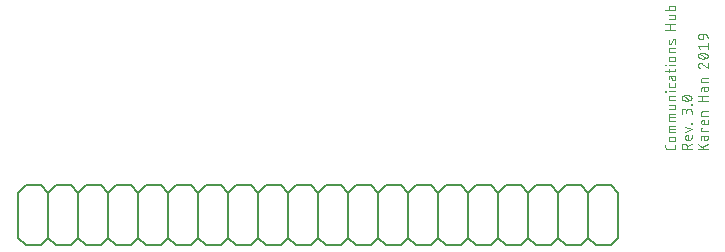
<source format=gbr>
G04 EAGLE Gerber RS-274X export*
G75*
%MOMM*%
%FSLAX34Y34*%
%LPD*%
%INSilkscreen Bottom*%
%IPPOS*%
%AMOC8*
5,1,8,0,0,1.08239X$1,22.5*%
G01*
%ADD10C,0.076200*%
%ADD11C,0.152400*%


D10*
X645287Y189526D02*
X645287Y187664D01*
X645285Y187578D01*
X645279Y187492D01*
X645269Y187407D01*
X645255Y187322D01*
X645238Y187237D01*
X645216Y187154D01*
X645190Y187072D01*
X645161Y186991D01*
X645128Y186912D01*
X645092Y186834D01*
X645052Y186757D01*
X645008Y186683D01*
X644961Y186611D01*
X644911Y186541D01*
X644857Y186474D01*
X644801Y186409D01*
X644741Y186347D01*
X644679Y186287D01*
X644614Y186231D01*
X644547Y186177D01*
X644477Y186127D01*
X644405Y186080D01*
X644331Y186036D01*
X644254Y185996D01*
X644177Y185960D01*
X644097Y185927D01*
X644016Y185898D01*
X643934Y185872D01*
X643851Y185850D01*
X643766Y185833D01*
X643681Y185819D01*
X643596Y185809D01*
X643510Y185803D01*
X643424Y185801D01*
X638768Y185801D01*
X638682Y185803D01*
X638596Y185809D01*
X638511Y185819D01*
X638426Y185833D01*
X638341Y185850D01*
X638258Y185872D01*
X638176Y185898D01*
X638095Y185927D01*
X638016Y185960D01*
X637938Y185996D01*
X637861Y186036D01*
X637787Y186080D01*
X637715Y186127D01*
X637645Y186177D01*
X637578Y186231D01*
X637513Y186287D01*
X637451Y186347D01*
X637391Y186409D01*
X637335Y186474D01*
X637281Y186541D01*
X637231Y186611D01*
X637184Y186683D01*
X637140Y186757D01*
X637100Y186834D01*
X637064Y186911D01*
X637031Y186991D01*
X637002Y187072D01*
X636976Y187154D01*
X636954Y187237D01*
X636937Y187322D01*
X636923Y187407D01*
X636913Y187492D01*
X636907Y187578D01*
X636905Y187664D01*
X636905Y189526D01*
X641562Y192600D02*
X643424Y192600D01*
X641562Y192600D02*
X641477Y192602D01*
X641393Y192608D01*
X641308Y192617D01*
X641225Y192631D01*
X641142Y192648D01*
X641059Y192669D01*
X640978Y192694D01*
X640898Y192722D01*
X640820Y192754D01*
X640743Y192790D01*
X640667Y192829D01*
X640594Y192871D01*
X640523Y192917D01*
X640453Y192966D01*
X640386Y193018D01*
X640322Y193073D01*
X640260Y193131D01*
X640200Y193191D01*
X640144Y193255D01*
X640090Y193320D01*
X640040Y193389D01*
X639993Y193459D01*
X639949Y193532D01*
X639908Y193606D01*
X639871Y193682D01*
X639837Y193760D01*
X639807Y193839D01*
X639780Y193920D01*
X639757Y194001D01*
X639738Y194084D01*
X639723Y194167D01*
X639711Y194251D01*
X639703Y194336D01*
X639699Y194421D01*
X639699Y194505D01*
X639703Y194590D01*
X639711Y194675D01*
X639723Y194759D01*
X639738Y194842D01*
X639757Y194925D01*
X639780Y195006D01*
X639807Y195087D01*
X639837Y195166D01*
X639871Y195244D01*
X639908Y195320D01*
X639949Y195395D01*
X639993Y195467D01*
X640040Y195537D01*
X640090Y195606D01*
X640144Y195671D01*
X640200Y195735D01*
X640260Y195795D01*
X640322Y195853D01*
X640386Y195908D01*
X640453Y195960D01*
X640523Y196009D01*
X640594Y196055D01*
X640667Y196097D01*
X640743Y196136D01*
X640820Y196172D01*
X640898Y196204D01*
X640978Y196232D01*
X641059Y196257D01*
X641142Y196278D01*
X641225Y196295D01*
X641308Y196309D01*
X641393Y196318D01*
X641477Y196324D01*
X641562Y196326D01*
X643424Y196326D01*
X643509Y196324D01*
X643593Y196318D01*
X643678Y196309D01*
X643761Y196295D01*
X643844Y196278D01*
X643927Y196257D01*
X644008Y196232D01*
X644088Y196204D01*
X644166Y196172D01*
X644243Y196136D01*
X644319Y196097D01*
X644392Y196055D01*
X644463Y196009D01*
X644533Y195960D01*
X644600Y195908D01*
X644664Y195853D01*
X644726Y195795D01*
X644786Y195735D01*
X644842Y195671D01*
X644896Y195606D01*
X644946Y195537D01*
X644993Y195467D01*
X645037Y195395D01*
X645078Y195320D01*
X645115Y195244D01*
X645149Y195166D01*
X645179Y195087D01*
X645206Y195006D01*
X645229Y194925D01*
X645248Y194842D01*
X645263Y194759D01*
X645275Y194675D01*
X645283Y194590D01*
X645287Y194505D01*
X645287Y194421D01*
X645283Y194336D01*
X645275Y194251D01*
X645263Y194167D01*
X645248Y194084D01*
X645229Y194001D01*
X645206Y193920D01*
X645179Y193839D01*
X645149Y193760D01*
X645115Y193682D01*
X645078Y193606D01*
X645037Y193532D01*
X644993Y193459D01*
X644946Y193389D01*
X644896Y193320D01*
X644842Y193255D01*
X644786Y193191D01*
X644726Y193131D01*
X644664Y193073D01*
X644600Y193018D01*
X644533Y192966D01*
X644463Y192917D01*
X644392Y192871D01*
X644319Y192829D01*
X644243Y192790D01*
X644166Y192754D01*
X644088Y192722D01*
X644008Y192694D01*
X643927Y192669D01*
X643844Y192648D01*
X643761Y192631D01*
X643678Y192617D01*
X643593Y192608D01*
X643509Y192602D01*
X643424Y192600D01*
X645287Y200173D02*
X639699Y200173D01*
X639699Y204364D01*
X639701Y204437D01*
X639707Y204510D01*
X639716Y204583D01*
X639730Y204654D01*
X639747Y204726D01*
X639767Y204796D01*
X639792Y204865D01*
X639820Y204932D01*
X639851Y204998D01*
X639886Y205063D01*
X639924Y205125D01*
X639966Y205185D01*
X640010Y205243D01*
X640058Y205299D01*
X640108Y205352D01*
X640161Y205402D01*
X640217Y205450D01*
X640275Y205494D01*
X640335Y205536D01*
X640398Y205574D01*
X640462Y205609D01*
X640528Y205640D01*
X640595Y205668D01*
X640664Y205693D01*
X640734Y205713D01*
X640806Y205730D01*
X640877Y205744D01*
X640950Y205753D01*
X641023Y205759D01*
X641096Y205761D01*
X645287Y205761D01*
X645287Y202967D02*
X639699Y202967D01*
X639699Y210048D02*
X645287Y210048D01*
X639699Y210048D02*
X639699Y214239D01*
X639701Y214312D01*
X639707Y214385D01*
X639716Y214458D01*
X639730Y214529D01*
X639747Y214601D01*
X639767Y214671D01*
X639792Y214740D01*
X639820Y214807D01*
X639851Y214873D01*
X639886Y214938D01*
X639924Y215000D01*
X639966Y215060D01*
X640010Y215118D01*
X640058Y215174D01*
X640108Y215227D01*
X640161Y215277D01*
X640217Y215325D01*
X640275Y215369D01*
X640335Y215411D01*
X640398Y215449D01*
X640462Y215484D01*
X640528Y215515D01*
X640595Y215543D01*
X640664Y215568D01*
X640734Y215588D01*
X640806Y215605D01*
X640877Y215619D01*
X640950Y215628D01*
X641023Y215634D01*
X641096Y215636D01*
X645287Y215636D01*
X645287Y212842D02*
X639699Y212842D01*
X639699Y219758D02*
X643890Y219758D01*
X643963Y219760D01*
X644036Y219766D01*
X644109Y219775D01*
X644180Y219789D01*
X644252Y219806D01*
X644322Y219826D01*
X644391Y219851D01*
X644458Y219879D01*
X644524Y219910D01*
X644589Y219945D01*
X644651Y219983D01*
X644711Y220025D01*
X644769Y220069D01*
X644825Y220117D01*
X644878Y220167D01*
X644928Y220220D01*
X644976Y220276D01*
X645020Y220334D01*
X645062Y220394D01*
X645100Y220457D01*
X645135Y220521D01*
X645166Y220587D01*
X645194Y220654D01*
X645219Y220723D01*
X645239Y220793D01*
X645256Y220865D01*
X645270Y220936D01*
X645279Y221009D01*
X645285Y221082D01*
X645287Y221155D01*
X645287Y223483D01*
X639699Y223483D01*
X639699Y227439D02*
X645287Y227439D01*
X639699Y227439D02*
X639699Y229767D01*
X639701Y229840D01*
X639707Y229913D01*
X639716Y229986D01*
X639730Y230057D01*
X639747Y230129D01*
X639767Y230199D01*
X639792Y230268D01*
X639820Y230335D01*
X639851Y230401D01*
X639886Y230466D01*
X639924Y230528D01*
X639966Y230588D01*
X640010Y230646D01*
X640058Y230702D01*
X640108Y230755D01*
X640161Y230805D01*
X640217Y230853D01*
X640275Y230897D01*
X640335Y230939D01*
X640398Y230977D01*
X640462Y231012D01*
X640528Y231043D01*
X640595Y231071D01*
X640664Y231096D01*
X640734Y231116D01*
X640806Y231133D01*
X640877Y231147D01*
X640950Y231156D01*
X641023Y231162D01*
X641096Y231164D01*
X645287Y231164D01*
X645287Y234788D02*
X639699Y234788D01*
X637371Y234555D02*
X636905Y234555D01*
X636905Y235021D01*
X637371Y235021D01*
X637371Y234555D01*
X645287Y239544D02*
X645287Y241407D01*
X645287Y239544D02*
X645285Y239471D01*
X645279Y239398D01*
X645270Y239325D01*
X645256Y239254D01*
X645239Y239182D01*
X645219Y239112D01*
X645194Y239043D01*
X645166Y238976D01*
X645135Y238910D01*
X645100Y238846D01*
X645062Y238783D01*
X645020Y238723D01*
X644976Y238665D01*
X644928Y238609D01*
X644878Y238556D01*
X644825Y238506D01*
X644769Y238458D01*
X644711Y238414D01*
X644651Y238372D01*
X644589Y238334D01*
X644524Y238299D01*
X644458Y238268D01*
X644391Y238240D01*
X644322Y238215D01*
X644252Y238195D01*
X644180Y238178D01*
X644109Y238164D01*
X644036Y238155D01*
X643963Y238149D01*
X643890Y238147D01*
X641096Y238147D01*
X641023Y238149D01*
X640950Y238155D01*
X640877Y238164D01*
X640806Y238178D01*
X640734Y238195D01*
X640664Y238215D01*
X640595Y238240D01*
X640528Y238268D01*
X640462Y238299D01*
X640398Y238334D01*
X640335Y238372D01*
X640275Y238414D01*
X640217Y238458D01*
X640161Y238506D01*
X640108Y238556D01*
X640058Y238609D01*
X640010Y238665D01*
X639966Y238723D01*
X639924Y238783D01*
X639886Y238846D01*
X639851Y238910D01*
X639820Y238976D01*
X639792Y239043D01*
X639767Y239112D01*
X639747Y239182D01*
X639730Y239254D01*
X639716Y239325D01*
X639707Y239398D01*
X639701Y239471D01*
X639699Y239544D01*
X639699Y241407D01*
X642027Y246033D02*
X642027Y248129D01*
X642027Y246033D02*
X642029Y245953D01*
X642035Y245873D01*
X642045Y245794D01*
X642058Y245715D01*
X642076Y245637D01*
X642097Y245560D01*
X642122Y245484D01*
X642151Y245409D01*
X642183Y245336D01*
X642219Y245265D01*
X642259Y245195D01*
X642302Y245127D01*
X642348Y245062D01*
X642397Y244999D01*
X642449Y244938D01*
X642504Y244880D01*
X642562Y244825D01*
X642623Y244773D01*
X642686Y244724D01*
X642751Y244678D01*
X642819Y244635D01*
X642889Y244595D01*
X642960Y244559D01*
X643033Y244527D01*
X643108Y244498D01*
X643184Y244473D01*
X643261Y244452D01*
X643339Y244434D01*
X643418Y244421D01*
X643497Y244411D01*
X643577Y244405D01*
X643657Y244403D01*
X643737Y244405D01*
X643817Y244411D01*
X643896Y244421D01*
X643975Y244434D01*
X644053Y244452D01*
X644130Y244473D01*
X644206Y244498D01*
X644281Y244527D01*
X644354Y244559D01*
X644425Y244595D01*
X644495Y244635D01*
X644563Y244678D01*
X644628Y244724D01*
X644691Y244773D01*
X644752Y244825D01*
X644810Y244880D01*
X644865Y244938D01*
X644917Y244999D01*
X644966Y245062D01*
X645012Y245127D01*
X645055Y245195D01*
X645095Y245265D01*
X645131Y245336D01*
X645163Y245409D01*
X645192Y245484D01*
X645217Y245560D01*
X645238Y245637D01*
X645256Y245715D01*
X645269Y245794D01*
X645279Y245873D01*
X645285Y245953D01*
X645287Y246033D01*
X645287Y248129D01*
X641096Y248129D01*
X641023Y248127D01*
X640950Y248121D01*
X640877Y248112D01*
X640806Y248098D01*
X640734Y248081D01*
X640664Y248061D01*
X640595Y248036D01*
X640528Y248008D01*
X640462Y247977D01*
X640398Y247942D01*
X640335Y247904D01*
X640275Y247862D01*
X640217Y247818D01*
X640161Y247770D01*
X640108Y247720D01*
X640058Y247667D01*
X640010Y247611D01*
X639966Y247553D01*
X639924Y247493D01*
X639886Y247431D01*
X639851Y247366D01*
X639820Y247300D01*
X639792Y247233D01*
X639767Y247164D01*
X639747Y247094D01*
X639730Y247022D01*
X639716Y246951D01*
X639707Y246878D01*
X639701Y246805D01*
X639699Y246732D01*
X639699Y244869D01*
X639699Y251154D02*
X639699Y253948D01*
X636905Y252085D02*
X643890Y252085D01*
X643963Y252087D01*
X644036Y252093D01*
X644109Y252102D01*
X644180Y252116D01*
X644252Y252133D01*
X644322Y252153D01*
X644391Y252178D01*
X644458Y252206D01*
X644524Y252237D01*
X644589Y252272D01*
X644651Y252310D01*
X644711Y252352D01*
X644769Y252396D01*
X644825Y252444D01*
X644878Y252494D01*
X644928Y252547D01*
X644976Y252603D01*
X645020Y252661D01*
X645062Y252721D01*
X645100Y252784D01*
X645135Y252848D01*
X645166Y252914D01*
X645194Y252981D01*
X645219Y253050D01*
X645239Y253120D01*
X645256Y253192D01*
X645270Y253263D01*
X645279Y253336D01*
X645285Y253409D01*
X645287Y253482D01*
X645287Y253948D01*
X645287Y257008D02*
X639699Y257008D01*
X637371Y256775D02*
X636905Y256775D01*
X636905Y257241D01*
X637371Y257241D01*
X637371Y256775D01*
X641562Y260357D02*
X643424Y260357D01*
X641562Y260357D02*
X641477Y260359D01*
X641393Y260365D01*
X641308Y260374D01*
X641225Y260388D01*
X641142Y260405D01*
X641059Y260426D01*
X640978Y260451D01*
X640898Y260479D01*
X640820Y260511D01*
X640743Y260547D01*
X640667Y260586D01*
X640594Y260628D01*
X640523Y260674D01*
X640453Y260723D01*
X640386Y260775D01*
X640322Y260830D01*
X640260Y260888D01*
X640200Y260948D01*
X640144Y261012D01*
X640090Y261077D01*
X640040Y261146D01*
X639993Y261216D01*
X639949Y261289D01*
X639908Y261363D01*
X639871Y261439D01*
X639837Y261517D01*
X639807Y261596D01*
X639780Y261677D01*
X639757Y261758D01*
X639738Y261841D01*
X639723Y261924D01*
X639711Y262008D01*
X639703Y262093D01*
X639699Y262178D01*
X639699Y262262D01*
X639703Y262347D01*
X639711Y262432D01*
X639723Y262516D01*
X639738Y262599D01*
X639757Y262682D01*
X639780Y262763D01*
X639807Y262844D01*
X639837Y262923D01*
X639871Y263001D01*
X639908Y263077D01*
X639949Y263152D01*
X639993Y263224D01*
X640040Y263294D01*
X640090Y263363D01*
X640144Y263428D01*
X640200Y263492D01*
X640260Y263552D01*
X640322Y263610D01*
X640386Y263665D01*
X640453Y263717D01*
X640523Y263766D01*
X640594Y263812D01*
X640667Y263854D01*
X640743Y263893D01*
X640820Y263929D01*
X640898Y263961D01*
X640978Y263989D01*
X641059Y264014D01*
X641142Y264035D01*
X641225Y264052D01*
X641308Y264066D01*
X641393Y264075D01*
X641477Y264081D01*
X641562Y264083D01*
X643424Y264083D01*
X643509Y264081D01*
X643593Y264075D01*
X643678Y264066D01*
X643761Y264052D01*
X643844Y264035D01*
X643927Y264014D01*
X644008Y263989D01*
X644088Y263961D01*
X644166Y263929D01*
X644243Y263893D01*
X644319Y263854D01*
X644392Y263812D01*
X644463Y263766D01*
X644533Y263717D01*
X644600Y263665D01*
X644664Y263610D01*
X644726Y263552D01*
X644786Y263492D01*
X644842Y263428D01*
X644896Y263363D01*
X644946Y263294D01*
X644993Y263224D01*
X645037Y263152D01*
X645078Y263077D01*
X645115Y263001D01*
X645149Y262923D01*
X645179Y262844D01*
X645206Y262763D01*
X645229Y262682D01*
X645248Y262599D01*
X645263Y262516D01*
X645275Y262432D01*
X645283Y262347D01*
X645287Y262262D01*
X645287Y262178D01*
X645283Y262093D01*
X645275Y262008D01*
X645263Y261924D01*
X645248Y261841D01*
X645229Y261758D01*
X645206Y261677D01*
X645179Y261596D01*
X645149Y261517D01*
X645115Y261439D01*
X645078Y261363D01*
X645037Y261289D01*
X644993Y261216D01*
X644946Y261146D01*
X644896Y261077D01*
X644842Y261012D01*
X644786Y260948D01*
X644726Y260888D01*
X644664Y260830D01*
X644600Y260775D01*
X644533Y260723D01*
X644463Y260674D01*
X644392Y260628D01*
X644319Y260586D01*
X644243Y260547D01*
X644166Y260511D01*
X644088Y260479D01*
X644008Y260451D01*
X643927Y260426D01*
X643844Y260405D01*
X643761Y260388D01*
X643678Y260374D01*
X643593Y260365D01*
X643509Y260359D01*
X643424Y260357D01*
X645287Y267764D02*
X639699Y267764D01*
X639699Y270092D01*
X639701Y270165D01*
X639707Y270238D01*
X639716Y270311D01*
X639730Y270382D01*
X639747Y270454D01*
X639767Y270524D01*
X639792Y270593D01*
X639820Y270660D01*
X639851Y270726D01*
X639886Y270791D01*
X639924Y270853D01*
X639966Y270913D01*
X640010Y270971D01*
X640058Y271027D01*
X640108Y271080D01*
X640161Y271130D01*
X640217Y271178D01*
X640275Y271222D01*
X640335Y271264D01*
X640398Y271302D01*
X640462Y271337D01*
X640528Y271368D01*
X640595Y271396D01*
X640664Y271421D01*
X640734Y271441D01*
X640806Y271458D01*
X640877Y271472D01*
X640950Y271481D01*
X641023Y271487D01*
X641096Y271489D01*
X645287Y271489D01*
X642027Y275869D02*
X642959Y278197D01*
X642027Y275869D02*
X641999Y275806D01*
X641969Y275745D01*
X641935Y275686D01*
X641897Y275628D01*
X641857Y275573D01*
X641813Y275521D01*
X641767Y275471D01*
X641717Y275423D01*
X641665Y275379D01*
X641611Y275337D01*
X641555Y275299D01*
X641496Y275264D01*
X641435Y275232D01*
X641373Y275204D01*
X641309Y275179D01*
X641244Y275158D01*
X641178Y275141D01*
X641111Y275128D01*
X641043Y275118D01*
X640975Y275112D01*
X640907Y275110D01*
X640839Y275112D01*
X640771Y275118D01*
X640703Y275127D01*
X640636Y275141D01*
X640570Y275158D01*
X640505Y275179D01*
X640441Y275203D01*
X640379Y275231D01*
X640318Y275263D01*
X640259Y275298D01*
X640203Y275336D01*
X640148Y275378D01*
X640096Y275422D01*
X640047Y275469D01*
X640000Y275519D01*
X639956Y275572D01*
X639916Y275627D01*
X639878Y275684D01*
X639844Y275743D01*
X639813Y275804D01*
X639786Y275867D01*
X639762Y275931D01*
X639742Y275996D01*
X639726Y276063D01*
X639714Y276130D01*
X639705Y276198D01*
X639700Y276266D01*
X639699Y276334D01*
X639699Y276335D02*
X639703Y276479D01*
X639711Y276622D01*
X639722Y276766D01*
X639738Y276909D01*
X639758Y277052D01*
X639781Y277194D01*
X639809Y277336D01*
X639840Y277476D01*
X639875Y277616D01*
X639914Y277755D01*
X639957Y277893D01*
X640003Y278029D01*
X640053Y278164D01*
X640107Y278298D01*
X640164Y278430D01*
X642959Y278197D02*
X642986Y278260D01*
X643017Y278321D01*
X643051Y278380D01*
X643089Y278438D01*
X643129Y278493D01*
X643173Y278545D01*
X643219Y278595D01*
X643269Y278643D01*
X643321Y278687D01*
X643375Y278729D01*
X643431Y278767D01*
X643490Y278802D01*
X643551Y278834D01*
X643613Y278862D01*
X643677Y278887D01*
X643742Y278908D01*
X643808Y278925D01*
X643875Y278938D01*
X643943Y278948D01*
X644011Y278954D01*
X644079Y278956D01*
X644147Y278954D01*
X644215Y278948D01*
X644283Y278939D01*
X644350Y278925D01*
X644416Y278908D01*
X644481Y278887D01*
X644545Y278863D01*
X644607Y278835D01*
X644668Y278803D01*
X644727Y278768D01*
X644783Y278730D01*
X644838Y278688D01*
X644890Y278644D01*
X644939Y278597D01*
X644986Y278547D01*
X645030Y278494D01*
X645070Y278439D01*
X645108Y278382D01*
X645142Y278323D01*
X645173Y278262D01*
X645200Y278199D01*
X645224Y278135D01*
X645244Y278070D01*
X645260Y278003D01*
X645272Y277936D01*
X645281Y277868D01*
X645286Y277800D01*
X645287Y277732D01*
X645287Y277731D02*
X645282Y277544D01*
X645273Y277358D01*
X645259Y277172D01*
X645241Y276986D01*
X645219Y276800D01*
X645192Y276615D01*
X645161Y276431D01*
X645125Y276248D01*
X645085Y276065D01*
X645041Y275884D01*
X644992Y275703D01*
X644940Y275524D01*
X644883Y275346D01*
X644822Y275170D01*
X645287Y287049D02*
X636905Y287049D01*
X640630Y287049D02*
X640630Y291706D01*
X636905Y291706D02*
X645287Y291706D01*
X643890Y295744D02*
X639699Y295744D01*
X643890Y295744D02*
X643963Y295746D01*
X644036Y295752D01*
X644109Y295761D01*
X644180Y295775D01*
X644252Y295792D01*
X644322Y295812D01*
X644391Y295837D01*
X644458Y295865D01*
X644524Y295896D01*
X644589Y295931D01*
X644651Y295969D01*
X644711Y296011D01*
X644769Y296055D01*
X644825Y296103D01*
X644878Y296153D01*
X644928Y296206D01*
X644976Y296262D01*
X645020Y296320D01*
X645062Y296380D01*
X645100Y296443D01*
X645135Y296507D01*
X645166Y296573D01*
X645194Y296640D01*
X645219Y296709D01*
X645239Y296779D01*
X645256Y296851D01*
X645270Y296922D01*
X645279Y296995D01*
X645285Y297068D01*
X645287Y297141D01*
X645287Y299470D01*
X639699Y299470D01*
X636905Y303469D02*
X645287Y303469D01*
X645287Y305797D01*
X645285Y305870D01*
X645279Y305943D01*
X645270Y306016D01*
X645256Y306087D01*
X645239Y306159D01*
X645219Y306229D01*
X645194Y306298D01*
X645166Y306365D01*
X645135Y306431D01*
X645100Y306496D01*
X645062Y306558D01*
X645020Y306618D01*
X644976Y306676D01*
X644928Y306732D01*
X644878Y306785D01*
X644825Y306835D01*
X644769Y306883D01*
X644711Y306927D01*
X644651Y306969D01*
X644589Y307007D01*
X644524Y307042D01*
X644458Y307073D01*
X644391Y307101D01*
X644322Y307126D01*
X644252Y307146D01*
X644180Y307163D01*
X644109Y307177D01*
X644036Y307186D01*
X643963Y307192D01*
X643890Y307194D01*
X641096Y307194D01*
X641023Y307192D01*
X640950Y307186D01*
X640877Y307177D01*
X640806Y307163D01*
X640734Y307146D01*
X640664Y307126D01*
X640595Y307101D01*
X640528Y307073D01*
X640462Y307042D01*
X640398Y307007D01*
X640335Y306969D01*
X640275Y306927D01*
X640217Y306883D01*
X640161Y306835D01*
X640108Y306785D01*
X640058Y306732D01*
X640010Y306676D01*
X639966Y306618D01*
X639924Y306558D01*
X639886Y306496D01*
X639851Y306431D01*
X639820Y306365D01*
X639792Y306298D01*
X639767Y306229D01*
X639747Y306159D01*
X639730Y306087D01*
X639716Y306016D01*
X639707Y305943D01*
X639701Y305870D01*
X639699Y305797D01*
X639699Y303469D01*
X650621Y185801D02*
X659003Y185801D01*
X650621Y185801D02*
X650621Y188129D01*
X650623Y188224D01*
X650629Y188319D01*
X650638Y188413D01*
X650652Y188507D01*
X650669Y188601D01*
X650690Y188693D01*
X650715Y188785D01*
X650744Y188875D01*
X650776Y188965D01*
X650812Y189053D01*
X650852Y189139D01*
X650894Y189224D01*
X650941Y189307D01*
X650991Y189388D01*
X651044Y189466D01*
X651100Y189543D01*
X651159Y189617D01*
X651221Y189689D01*
X651286Y189758D01*
X651354Y189825D01*
X651424Y189888D01*
X651498Y189949D01*
X651573Y190007D01*
X651651Y190061D01*
X651731Y190113D01*
X651813Y190161D01*
X651896Y190205D01*
X651982Y190247D01*
X652069Y190284D01*
X652158Y190318D01*
X652248Y190349D01*
X652339Y190376D01*
X652431Y190399D01*
X652524Y190418D01*
X652618Y190433D01*
X652712Y190445D01*
X652807Y190453D01*
X652902Y190457D01*
X652996Y190457D01*
X653091Y190453D01*
X653186Y190445D01*
X653280Y190433D01*
X653374Y190418D01*
X653467Y190399D01*
X653559Y190376D01*
X653650Y190349D01*
X653740Y190318D01*
X653829Y190284D01*
X653916Y190247D01*
X654002Y190205D01*
X654085Y190161D01*
X654167Y190113D01*
X654247Y190061D01*
X654325Y190007D01*
X654400Y189949D01*
X654474Y189888D01*
X654544Y189825D01*
X654612Y189758D01*
X654677Y189689D01*
X654739Y189617D01*
X654798Y189543D01*
X654854Y189466D01*
X654907Y189388D01*
X654957Y189307D01*
X655004Y189224D01*
X655046Y189139D01*
X655086Y189053D01*
X655122Y188965D01*
X655154Y188875D01*
X655183Y188785D01*
X655208Y188693D01*
X655229Y188601D01*
X655246Y188507D01*
X655260Y188413D01*
X655269Y188319D01*
X655275Y188224D01*
X655277Y188129D01*
X655278Y188129D02*
X655278Y185801D01*
X655278Y188595D02*
X659003Y190458D01*
X659003Y195291D02*
X659003Y197619D01*
X659003Y195291D02*
X659001Y195218D01*
X658995Y195145D01*
X658986Y195072D01*
X658972Y195001D01*
X658955Y194929D01*
X658935Y194859D01*
X658910Y194790D01*
X658882Y194723D01*
X658851Y194657D01*
X658816Y194593D01*
X658778Y194530D01*
X658736Y194470D01*
X658692Y194412D01*
X658644Y194356D01*
X658594Y194303D01*
X658541Y194253D01*
X658485Y194205D01*
X658427Y194161D01*
X658367Y194119D01*
X658305Y194081D01*
X658240Y194046D01*
X658174Y194015D01*
X658107Y193987D01*
X658038Y193962D01*
X657968Y193942D01*
X657896Y193925D01*
X657825Y193911D01*
X657752Y193902D01*
X657679Y193896D01*
X657606Y193894D01*
X655278Y193894D01*
X655278Y193893D02*
X655193Y193895D01*
X655109Y193901D01*
X655024Y193910D01*
X654941Y193924D01*
X654858Y193941D01*
X654775Y193962D01*
X654694Y193987D01*
X654614Y194015D01*
X654536Y194047D01*
X654459Y194083D01*
X654383Y194122D01*
X654310Y194164D01*
X654239Y194210D01*
X654169Y194259D01*
X654102Y194311D01*
X654038Y194366D01*
X653976Y194424D01*
X653916Y194484D01*
X653860Y194548D01*
X653806Y194613D01*
X653756Y194682D01*
X653709Y194752D01*
X653665Y194825D01*
X653624Y194899D01*
X653587Y194975D01*
X653553Y195053D01*
X653523Y195132D01*
X653496Y195213D01*
X653473Y195294D01*
X653454Y195377D01*
X653439Y195460D01*
X653427Y195544D01*
X653419Y195629D01*
X653415Y195714D01*
X653415Y195798D01*
X653419Y195883D01*
X653427Y195968D01*
X653439Y196052D01*
X653454Y196135D01*
X653473Y196218D01*
X653496Y196299D01*
X653523Y196380D01*
X653553Y196459D01*
X653587Y196537D01*
X653624Y196613D01*
X653665Y196688D01*
X653709Y196760D01*
X653756Y196830D01*
X653806Y196899D01*
X653860Y196964D01*
X653916Y197028D01*
X653976Y197088D01*
X654038Y197146D01*
X654102Y197201D01*
X654169Y197253D01*
X654239Y197302D01*
X654310Y197348D01*
X654383Y197390D01*
X654459Y197429D01*
X654536Y197465D01*
X654614Y197497D01*
X654694Y197525D01*
X654775Y197550D01*
X654858Y197571D01*
X654941Y197588D01*
X655024Y197602D01*
X655109Y197611D01*
X655193Y197617D01*
X655278Y197619D01*
X656209Y197619D01*
X656209Y193894D01*
X653415Y200752D02*
X659003Y202614D01*
X653415Y204477D01*
X658537Y207319D02*
X659003Y207319D01*
X658537Y207319D02*
X658537Y207785D01*
X659003Y207785D01*
X659003Y207319D01*
X659003Y215373D02*
X659003Y217702D01*
X659001Y217797D01*
X658995Y217892D01*
X658986Y217986D01*
X658972Y218080D01*
X658955Y218174D01*
X658934Y218266D01*
X658909Y218358D01*
X658880Y218448D01*
X658848Y218538D01*
X658812Y218626D01*
X658772Y218712D01*
X658730Y218797D01*
X658683Y218880D01*
X658633Y218961D01*
X658580Y219039D01*
X658524Y219116D01*
X658465Y219190D01*
X658403Y219262D01*
X658338Y219331D01*
X658270Y219398D01*
X658200Y219461D01*
X658126Y219522D01*
X658051Y219580D01*
X657973Y219634D01*
X657893Y219686D01*
X657811Y219734D01*
X657728Y219778D01*
X657642Y219820D01*
X657555Y219857D01*
X657466Y219891D01*
X657376Y219922D01*
X657285Y219949D01*
X657193Y219972D01*
X657100Y219991D01*
X657006Y220006D01*
X656912Y220018D01*
X656817Y220026D01*
X656722Y220030D01*
X656628Y220030D01*
X656533Y220026D01*
X656438Y220018D01*
X656344Y220006D01*
X656250Y219991D01*
X656157Y219972D01*
X656065Y219949D01*
X655974Y219922D01*
X655884Y219891D01*
X655795Y219857D01*
X655708Y219820D01*
X655622Y219778D01*
X655539Y219734D01*
X655457Y219686D01*
X655377Y219634D01*
X655299Y219580D01*
X655224Y219522D01*
X655150Y219461D01*
X655080Y219398D01*
X655012Y219331D01*
X654947Y219262D01*
X654885Y219190D01*
X654826Y219116D01*
X654770Y219039D01*
X654717Y218961D01*
X654667Y218880D01*
X654620Y218797D01*
X654578Y218712D01*
X654538Y218626D01*
X654502Y218538D01*
X654470Y218448D01*
X654441Y218358D01*
X654416Y218266D01*
X654395Y218174D01*
X654378Y218080D01*
X654364Y217986D01*
X654355Y217892D01*
X654349Y217797D01*
X654347Y217702D01*
X650621Y218167D02*
X650621Y215373D01*
X650621Y218167D02*
X650623Y218252D01*
X650629Y218336D01*
X650638Y218421D01*
X650652Y218504D01*
X650669Y218587D01*
X650690Y218670D01*
X650715Y218751D01*
X650743Y218831D01*
X650775Y218909D01*
X650811Y218986D01*
X650850Y219062D01*
X650892Y219135D01*
X650938Y219206D01*
X650987Y219276D01*
X651039Y219343D01*
X651094Y219407D01*
X651152Y219469D01*
X651212Y219529D01*
X651276Y219585D01*
X651341Y219639D01*
X651410Y219689D01*
X651480Y219736D01*
X651553Y219780D01*
X651627Y219821D01*
X651703Y219858D01*
X651781Y219892D01*
X651860Y219922D01*
X651941Y219949D01*
X652022Y219972D01*
X652105Y219991D01*
X652188Y220006D01*
X652272Y220018D01*
X652357Y220026D01*
X652442Y220030D01*
X652526Y220030D01*
X652611Y220026D01*
X652696Y220018D01*
X652780Y220006D01*
X652863Y219991D01*
X652946Y219972D01*
X653027Y219949D01*
X653108Y219922D01*
X653187Y219892D01*
X653265Y219858D01*
X653341Y219821D01*
X653416Y219780D01*
X653488Y219736D01*
X653558Y219689D01*
X653627Y219639D01*
X653692Y219585D01*
X653756Y219529D01*
X653816Y219469D01*
X653874Y219407D01*
X653929Y219343D01*
X653981Y219276D01*
X654030Y219206D01*
X654076Y219135D01*
X654118Y219062D01*
X654157Y218986D01*
X654193Y218909D01*
X654225Y218831D01*
X654253Y218751D01*
X654278Y218670D01*
X654299Y218587D01*
X654316Y218504D01*
X654330Y218421D01*
X654339Y218336D01*
X654345Y218252D01*
X654347Y218167D01*
X654346Y218167D02*
X654346Y216305D01*
X658537Y223230D02*
X659003Y223230D01*
X658537Y223230D02*
X658537Y223695D01*
X659003Y223695D01*
X659003Y223230D01*
X654812Y226895D02*
X654647Y226897D01*
X654482Y226903D01*
X654318Y226913D01*
X654153Y226926D01*
X653989Y226944D01*
X653826Y226966D01*
X653663Y226991D01*
X653501Y227021D01*
X653339Y227054D01*
X653179Y227091D01*
X653019Y227132D01*
X652860Y227177D01*
X652703Y227225D01*
X652546Y227277D01*
X652391Y227333D01*
X652237Y227393D01*
X652085Y227456D01*
X651934Y227523D01*
X651785Y227593D01*
X651708Y227622D01*
X651632Y227654D01*
X651558Y227689D01*
X651486Y227729D01*
X651416Y227771D01*
X651348Y227817D01*
X651282Y227866D01*
X651218Y227919D01*
X651157Y227974D01*
X651099Y228032D01*
X651044Y228092D01*
X650991Y228156D01*
X650942Y228222D01*
X650896Y228290D01*
X650853Y228360D01*
X650813Y228432D01*
X650777Y228506D01*
X650745Y228581D01*
X650716Y228658D01*
X650691Y228736D01*
X650670Y228816D01*
X650652Y228896D01*
X650639Y228977D01*
X650629Y229059D01*
X650623Y229141D01*
X650621Y229223D01*
X650623Y229305D01*
X650629Y229387D01*
X650639Y229469D01*
X650652Y229550D01*
X650670Y229630D01*
X650691Y229710D01*
X650716Y229788D01*
X650745Y229865D01*
X650777Y229940D01*
X650813Y230014D01*
X650853Y230086D01*
X650896Y230156D01*
X650942Y230224D01*
X650991Y230290D01*
X651044Y230354D01*
X651099Y230414D01*
X651157Y230472D01*
X651218Y230527D01*
X651282Y230580D01*
X651348Y230629D01*
X651416Y230675D01*
X651486Y230717D01*
X651558Y230757D01*
X651632Y230792D01*
X651708Y230824D01*
X651785Y230853D01*
X651934Y230923D01*
X652085Y230990D01*
X652237Y231053D01*
X652391Y231113D01*
X652546Y231169D01*
X652703Y231221D01*
X652860Y231269D01*
X653019Y231314D01*
X653179Y231355D01*
X653339Y231392D01*
X653501Y231425D01*
X653663Y231455D01*
X653826Y231480D01*
X653989Y231502D01*
X654153Y231520D01*
X654318Y231533D01*
X654482Y231543D01*
X654647Y231549D01*
X654812Y231551D01*
X654812Y226895D02*
X654977Y226897D01*
X655142Y226903D01*
X655306Y226913D01*
X655471Y226926D01*
X655635Y226944D01*
X655798Y226966D01*
X655961Y226991D01*
X656123Y227021D01*
X656285Y227054D01*
X656445Y227091D01*
X656605Y227132D01*
X656764Y227177D01*
X656921Y227225D01*
X657078Y227277D01*
X657233Y227333D01*
X657387Y227393D01*
X657539Y227456D01*
X657690Y227523D01*
X657839Y227593D01*
X657916Y227622D01*
X657992Y227654D01*
X658066Y227690D01*
X658138Y227729D01*
X658208Y227771D01*
X658276Y227817D01*
X658342Y227866D01*
X658406Y227919D01*
X658467Y227974D01*
X658525Y228032D01*
X658580Y228093D01*
X658633Y228156D01*
X658682Y228222D01*
X658728Y228290D01*
X658771Y228360D01*
X658811Y228432D01*
X658847Y228506D01*
X658879Y228581D01*
X658908Y228658D01*
X658933Y228736D01*
X658954Y228816D01*
X658972Y228896D01*
X658985Y228977D01*
X658995Y229059D01*
X659001Y229141D01*
X659003Y229223D01*
X657839Y230853D02*
X657690Y230923D01*
X657539Y230990D01*
X657387Y231053D01*
X657233Y231113D01*
X657078Y231169D01*
X656921Y231221D01*
X656764Y231269D01*
X656605Y231314D01*
X656445Y231355D01*
X656285Y231392D01*
X656123Y231425D01*
X655961Y231455D01*
X655798Y231480D01*
X655635Y231502D01*
X655471Y231520D01*
X655306Y231533D01*
X655142Y231543D01*
X654977Y231549D01*
X654812Y231551D01*
X657839Y230853D02*
X657916Y230824D01*
X657992Y230792D01*
X658066Y230756D01*
X658138Y230717D01*
X658208Y230675D01*
X658276Y230629D01*
X658342Y230580D01*
X658406Y230527D01*
X658467Y230472D01*
X658525Y230414D01*
X658580Y230353D01*
X658633Y230290D01*
X658682Y230224D01*
X658728Y230156D01*
X658771Y230086D01*
X658811Y230014D01*
X658847Y229940D01*
X658879Y229865D01*
X658908Y229788D01*
X658933Y229710D01*
X658954Y229630D01*
X658972Y229550D01*
X658985Y229469D01*
X658995Y229387D01*
X659001Y229305D01*
X659003Y229223D01*
X657140Y227360D02*
X652484Y231086D01*
X664337Y185801D02*
X672719Y185801D01*
X669459Y185801D02*
X664337Y190458D01*
X667597Y187664D02*
X672719Y190458D01*
X669459Y195135D02*
X669459Y197231D01*
X669459Y195135D02*
X669461Y195055D01*
X669467Y194975D01*
X669477Y194896D01*
X669490Y194817D01*
X669508Y194739D01*
X669529Y194662D01*
X669554Y194586D01*
X669583Y194511D01*
X669615Y194438D01*
X669651Y194367D01*
X669691Y194297D01*
X669734Y194229D01*
X669780Y194164D01*
X669829Y194101D01*
X669881Y194040D01*
X669936Y193982D01*
X669994Y193927D01*
X670055Y193875D01*
X670118Y193826D01*
X670183Y193780D01*
X670251Y193737D01*
X670321Y193697D01*
X670392Y193661D01*
X670465Y193629D01*
X670540Y193600D01*
X670616Y193575D01*
X670693Y193554D01*
X670771Y193536D01*
X670850Y193523D01*
X670929Y193513D01*
X671009Y193507D01*
X671089Y193505D01*
X671169Y193507D01*
X671249Y193513D01*
X671328Y193523D01*
X671407Y193536D01*
X671485Y193554D01*
X671562Y193575D01*
X671638Y193600D01*
X671713Y193629D01*
X671786Y193661D01*
X671857Y193697D01*
X671927Y193737D01*
X671995Y193780D01*
X672060Y193826D01*
X672123Y193875D01*
X672184Y193927D01*
X672242Y193982D01*
X672297Y194040D01*
X672349Y194101D01*
X672398Y194164D01*
X672444Y194229D01*
X672487Y194297D01*
X672527Y194367D01*
X672563Y194438D01*
X672595Y194511D01*
X672624Y194586D01*
X672649Y194662D01*
X672670Y194739D01*
X672688Y194817D01*
X672701Y194896D01*
X672711Y194975D01*
X672717Y195055D01*
X672719Y195135D01*
X672719Y197231D01*
X668528Y197231D01*
X668455Y197229D01*
X668382Y197223D01*
X668309Y197214D01*
X668238Y197200D01*
X668166Y197183D01*
X668096Y197163D01*
X668027Y197138D01*
X667960Y197110D01*
X667894Y197079D01*
X667830Y197044D01*
X667767Y197006D01*
X667707Y196964D01*
X667649Y196920D01*
X667593Y196872D01*
X667540Y196822D01*
X667490Y196769D01*
X667442Y196713D01*
X667398Y196655D01*
X667356Y196595D01*
X667318Y196533D01*
X667283Y196468D01*
X667252Y196402D01*
X667224Y196335D01*
X667199Y196266D01*
X667179Y196196D01*
X667162Y196124D01*
X667148Y196053D01*
X667139Y195980D01*
X667133Y195907D01*
X667131Y195834D01*
X667131Y193971D01*
X667131Y201279D02*
X672719Y201279D01*
X667131Y201279D02*
X667131Y204073D01*
X668062Y204073D01*
X672719Y208113D02*
X672719Y210442D01*
X672719Y208113D02*
X672717Y208040D01*
X672711Y207967D01*
X672702Y207894D01*
X672688Y207823D01*
X672671Y207751D01*
X672651Y207681D01*
X672626Y207612D01*
X672598Y207545D01*
X672567Y207479D01*
X672532Y207415D01*
X672494Y207352D01*
X672452Y207292D01*
X672408Y207234D01*
X672360Y207178D01*
X672310Y207125D01*
X672257Y207075D01*
X672201Y207027D01*
X672143Y206983D01*
X672083Y206941D01*
X672021Y206903D01*
X671956Y206868D01*
X671890Y206837D01*
X671823Y206809D01*
X671754Y206784D01*
X671684Y206764D01*
X671612Y206747D01*
X671541Y206733D01*
X671468Y206724D01*
X671395Y206718D01*
X671322Y206716D01*
X668994Y206716D01*
X668909Y206718D01*
X668825Y206724D01*
X668740Y206733D01*
X668657Y206747D01*
X668574Y206764D01*
X668491Y206785D01*
X668410Y206810D01*
X668330Y206838D01*
X668252Y206870D01*
X668175Y206906D01*
X668099Y206945D01*
X668026Y206987D01*
X667955Y207033D01*
X667885Y207082D01*
X667818Y207134D01*
X667754Y207189D01*
X667692Y207247D01*
X667632Y207307D01*
X667576Y207371D01*
X667522Y207436D01*
X667472Y207505D01*
X667425Y207575D01*
X667381Y207648D01*
X667340Y207722D01*
X667303Y207798D01*
X667269Y207876D01*
X667239Y207955D01*
X667212Y208036D01*
X667189Y208117D01*
X667170Y208200D01*
X667155Y208283D01*
X667143Y208367D01*
X667135Y208452D01*
X667131Y208537D01*
X667131Y208621D01*
X667135Y208706D01*
X667143Y208791D01*
X667155Y208875D01*
X667170Y208958D01*
X667189Y209041D01*
X667212Y209122D01*
X667239Y209203D01*
X667269Y209282D01*
X667303Y209360D01*
X667340Y209436D01*
X667381Y209511D01*
X667425Y209583D01*
X667472Y209653D01*
X667522Y209722D01*
X667576Y209787D01*
X667632Y209851D01*
X667692Y209911D01*
X667754Y209969D01*
X667818Y210024D01*
X667885Y210076D01*
X667955Y210125D01*
X668026Y210171D01*
X668099Y210213D01*
X668175Y210252D01*
X668252Y210288D01*
X668330Y210320D01*
X668410Y210348D01*
X668491Y210373D01*
X668574Y210394D01*
X668657Y210411D01*
X668740Y210425D01*
X668825Y210434D01*
X668909Y210440D01*
X668994Y210442D01*
X669925Y210442D01*
X669925Y206716D01*
X672719Y214123D02*
X667131Y214123D01*
X667131Y216451D01*
X667133Y216524D01*
X667139Y216597D01*
X667148Y216670D01*
X667162Y216741D01*
X667179Y216813D01*
X667199Y216883D01*
X667224Y216952D01*
X667252Y217019D01*
X667283Y217085D01*
X667318Y217150D01*
X667356Y217212D01*
X667398Y217272D01*
X667442Y217330D01*
X667490Y217386D01*
X667540Y217439D01*
X667593Y217489D01*
X667649Y217537D01*
X667707Y217581D01*
X667767Y217623D01*
X667830Y217661D01*
X667894Y217696D01*
X667960Y217727D01*
X668027Y217755D01*
X668096Y217780D01*
X668166Y217800D01*
X668238Y217817D01*
X668309Y217831D01*
X668382Y217840D01*
X668455Y217846D01*
X668528Y217848D01*
X672719Y217848D01*
X672719Y226276D02*
X664337Y226276D01*
X668062Y226276D02*
X668062Y230933D01*
X664337Y230933D02*
X672719Y230933D01*
X669459Y236283D02*
X669459Y238379D01*
X669459Y236283D02*
X669461Y236203D01*
X669467Y236123D01*
X669477Y236044D01*
X669490Y235965D01*
X669508Y235887D01*
X669529Y235810D01*
X669554Y235734D01*
X669583Y235659D01*
X669615Y235586D01*
X669651Y235515D01*
X669691Y235445D01*
X669734Y235377D01*
X669780Y235312D01*
X669829Y235249D01*
X669881Y235188D01*
X669936Y235130D01*
X669994Y235075D01*
X670055Y235023D01*
X670118Y234974D01*
X670183Y234928D01*
X670251Y234885D01*
X670321Y234845D01*
X670392Y234809D01*
X670465Y234777D01*
X670540Y234748D01*
X670616Y234723D01*
X670693Y234702D01*
X670771Y234684D01*
X670850Y234671D01*
X670929Y234661D01*
X671009Y234655D01*
X671089Y234653D01*
X671169Y234655D01*
X671249Y234661D01*
X671328Y234671D01*
X671407Y234684D01*
X671485Y234702D01*
X671562Y234723D01*
X671638Y234748D01*
X671713Y234777D01*
X671786Y234809D01*
X671857Y234845D01*
X671927Y234885D01*
X671995Y234928D01*
X672060Y234974D01*
X672123Y235023D01*
X672184Y235075D01*
X672242Y235130D01*
X672297Y235188D01*
X672349Y235249D01*
X672398Y235312D01*
X672444Y235377D01*
X672487Y235445D01*
X672527Y235515D01*
X672563Y235586D01*
X672595Y235659D01*
X672624Y235734D01*
X672649Y235810D01*
X672670Y235887D01*
X672688Y235965D01*
X672701Y236044D01*
X672711Y236123D01*
X672717Y236203D01*
X672719Y236283D01*
X672719Y238379D01*
X668528Y238379D01*
X668455Y238377D01*
X668382Y238371D01*
X668309Y238362D01*
X668238Y238348D01*
X668166Y238331D01*
X668096Y238311D01*
X668027Y238286D01*
X667960Y238258D01*
X667894Y238227D01*
X667830Y238192D01*
X667767Y238154D01*
X667707Y238112D01*
X667649Y238068D01*
X667593Y238020D01*
X667540Y237970D01*
X667490Y237917D01*
X667442Y237861D01*
X667398Y237803D01*
X667356Y237743D01*
X667318Y237681D01*
X667283Y237616D01*
X667252Y237550D01*
X667224Y237483D01*
X667199Y237414D01*
X667179Y237344D01*
X667162Y237272D01*
X667148Y237201D01*
X667139Y237128D01*
X667133Y237055D01*
X667131Y236982D01*
X667131Y235119D01*
X667131Y242378D02*
X672719Y242378D01*
X667131Y242378D02*
X667131Y244706D01*
X667133Y244779D01*
X667139Y244852D01*
X667148Y244925D01*
X667162Y244996D01*
X667179Y245068D01*
X667199Y245138D01*
X667224Y245207D01*
X667252Y245274D01*
X667283Y245340D01*
X667318Y245405D01*
X667356Y245467D01*
X667398Y245527D01*
X667442Y245585D01*
X667490Y245641D01*
X667540Y245694D01*
X667593Y245744D01*
X667649Y245792D01*
X667707Y245836D01*
X667767Y245878D01*
X667830Y245916D01*
X667894Y245951D01*
X667960Y245982D01*
X668027Y246010D01*
X668096Y246035D01*
X668166Y246055D01*
X668238Y246072D01*
X668309Y246086D01*
X668382Y246095D01*
X668455Y246101D01*
X668528Y246103D01*
X672719Y246103D01*
X664337Y256818D02*
X664339Y256907D01*
X664345Y256996D01*
X664354Y257084D01*
X664367Y257172D01*
X664384Y257260D01*
X664405Y257346D01*
X664429Y257432D01*
X664457Y257516D01*
X664488Y257600D01*
X664523Y257681D01*
X664561Y257762D01*
X664603Y257840D01*
X664648Y257917D01*
X664696Y257992D01*
X664748Y258064D01*
X664802Y258135D01*
X664860Y258203D01*
X664920Y258268D01*
X664983Y258331D01*
X665048Y258391D01*
X665116Y258449D01*
X665187Y258503D01*
X665259Y258555D01*
X665334Y258603D01*
X665411Y258648D01*
X665489Y258690D01*
X665570Y258728D01*
X665651Y258763D01*
X665735Y258794D01*
X665819Y258822D01*
X665905Y258846D01*
X665991Y258867D01*
X666079Y258884D01*
X666167Y258897D01*
X666255Y258906D01*
X666344Y258912D01*
X666433Y258914D01*
X664337Y256818D02*
X664339Y256715D01*
X664345Y256613D01*
X664355Y256511D01*
X664368Y256409D01*
X664386Y256308D01*
X664407Y256208D01*
X664432Y256108D01*
X664461Y256010D01*
X664494Y255913D01*
X664530Y255817D01*
X664570Y255722D01*
X664614Y255629D01*
X664661Y255538D01*
X664711Y255449D01*
X664765Y255362D01*
X664822Y255276D01*
X664882Y255193D01*
X664946Y255113D01*
X665012Y255035D01*
X665082Y254959D01*
X665154Y254886D01*
X665229Y254816D01*
X665307Y254749D01*
X665387Y254685D01*
X665469Y254624D01*
X665554Y254566D01*
X665641Y254512D01*
X665730Y254460D01*
X665820Y254413D01*
X665913Y254368D01*
X666007Y254328D01*
X666103Y254290D01*
X666200Y254257D01*
X668063Y258214D02*
X667999Y258279D01*
X667932Y258341D01*
X667863Y258400D01*
X667791Y258457D01*
X667718Y258510D01*
X667642Y258561D01*
X667564Y258608D01*
X667484Y258652D01*
X667403Y258693D01*
X667320Y258731D01*
X667235Y258765D01*
X667149Y258796D01*
X667062Y258823D01*
X666974Y258847D01*
X666886Y258867D01*
X666796Y258884D01*
X666706Y258896D01*
X666615Y258906D01*
X666524Y258911D01*
X666433Y258913D01*
X668062Y258215D02*
X672719Y254256D01*
X672719Y258913D01*
X668528Y262486D02*
X668363Y262488D01*
X668198Y262494D01*
X668034Y262504D01*
X667869Y262517D01*
X667705Y262535D01*
X667542Y262557D01*
X667379Y262582D01*
X667217Y262612D01*
X667055Y262645D01*
X666895Y262682D01*
X666735Y262723D01*
X666576Y262768D01*
X666419Y262816D01*
X666262Y262868D01*
X666107Y262924D01*
X665953Y262984D01*
X665801Y263047D01*
X665650Y263114D01*
X665501Y263184D01*
X665424Y263213D01*
X665348Y263245D01*
X665274Y263280D01*
X665202Y263320D01*
X665132Y263362D01*
X665064Y263408D01*
X664998Y263457D01*
X664934Y263510D01*
X664873Y263565D01*
X664815Y263623D01*
X664760Y263683D01*
X664707Y263747D01*
X664658Y263813D01*
X664612Y263881D01*
X664569Y263951D01*
X664529Y264023D01*
X664493Y264097D01*
X664461Y264172D01*
X664432Y264249D01*
X664407Y264327D01*
X664386Y264407D01*
X664368Y264487D01*
X664355Y264568D01*
X664345Y264650D01*
X664339Y264732D01*
X664337Y264814D01*
X664339Y264896D01*
X664345Y264978D01*
X664355Y265060D01*
X664368Y265141D01*
X664386Y265221D01*
X664407Y265301D01*
X664432Y265379D01*
X664461Y265456D01*
X664493Y265531D01*
X664529Y265605D01*
X664569Y265677D01*
X664612Y265747D01*
X664658Y265815D01*
X664707Y265881D01*
X664760Y265945D01*
X664815Y266005D01*
X664873Y266063D01*
X664934Y266118D01*
X664998Y266171D01*
X665064Y266220D01*
X665132Y266266D01*
X665202Y266308D01*
X665274Y266348D01*
X665348Y266383D01*
X665424Y266415D01*
X665501Y266444D01*
X665650Y266514D01*
X665801Y266581D01*
X665953Y266644D01*
X666107Y266704D01*
X666262Y266760D01*
X666419Y266812D01*
X666576Y266860D01*
X666735Y266905D01*
X666895Y266946D01*
X667055Y266983D01*
X667217Y267016D01*
X667379Y267046D01*
X667542Y267071D01*
X667705Y267093D01*
X667869Y267111D01*
X668034Y267124D01*
X668198Y267134D01*
X668363Y267140D01*
X668528Y267142D01*
X668528Y262486D02*
X668693Y262488D01*
X668858Y262494D01*
X669022Y262504D01*
X669187Y262517D01*
X669351Y262535D01*
X669514Y262557D01*
X669677Y262582D01*
X669839Y262612D01*
X670001Y262645D01*
X670161Y262682D01*
X670321Y262723D01*
X670480Y262768D01*
X670637Y262816D01*
X670794Y262868D01*
X670949Y262924D01*
X671103Y262984D01*
X671255Y263047D01*
X671406Y263114D01*
X671555Y263184D01*
X671632Y263213D01*
X671708Y263245D01*
X671782Y263281D01*
X671854Y263320D01*
X671924Y263362D01*
X671992Y263408D01*
X672058Y263457D01*
X672122Y263510D01*
X672183Y263565D01*
X672241Y263623D01*
X672296Y263684D01*
X672349Y263747D01*
X672398Y263813D01*
X672444Y263881D01*
X672487Y263951D01*
X672527Y264023D01*
X672563Y264097D01*
X672595Y264172D01*
X672624Y264249D01*
X672649Y264327D01*
X672670Y264407D01*
X672688Y264487D01*
X672701Y264568D01*
X672711Y264650D01*
X672717Y264732D01*
X672719Y264814D01*
X671555Y266444D02*
X671406Y266514D01*
X671255Y266581D01*
X671103Y266644D01*
X670949Y266704D01*
X670794Y266760D01*
X670637Y266812D01*
X670480Y266860D01*
X670321Y266905D01*
X670161Y266946D01*
X670001Y266983D01*
X669839Y267016D01*
X669677Y267046D01*
X669514Y267071D01*
X669351Y267093D01*
X669187Y267111D01*
X669022Y267124D01*
X668858Y267134D01*
X668693Y267140D01*
X668528Y267142D01*
X671555Y266444D02*
X671632Y266415D01*
X671708Y266383D01*
X671782Y266347D01*
X671854Y266308D01*
X671924Y266266D01*
X671992Y266220D01*
X672058Y266171D01*
X672122Y266118D01*
X672183Y266063D01*
X672241Y266005D01*
X672296Y265944D01*
X672349Y265881D01*
X672398Y265815D01*
X672444Y265747D01*
X672487Y265677D01*
X672527Y265605D01*
X672563Y265531D01*
X672595Y265456D01*
X672624Y265379D01*
X672649Y265301D01*
X672670Y265221D01*
X672688Y265141D01*
X672701Y265060D01*
X672711Y264978D01*
X672717Y264896D01*
X672719Y264814D01*
X670856Y262952D02*
X666200Y266677D01*
X666200Y270716D02*
X664337Y273044D01*
X672719Y273044D01*
X672719Y270716D02*
X672719Y275372D01*
X668994Y280808D02*
X668994Y283602D01*
X668994Y280808D02*
X668992Y280724D01*
X668986Y280641D01*
X668977Y280558D01*
X668964Y280475D01*
X668947Y280393D01*
X668927Y280312D01*
X668903Y280232D01*
X668875Y280153D01*
X668844Y280076D01*
X668810Y280000D01*
X668772Y279925D01*
X668730Y279852D01*
X668686Y279782D01*
X668638Y279713D01*
X668588Y279646D01*
X668534Y279582D01*
X668478Y279521D01*
X668418Y279461D01*
X668357Y279405D01*
X668293Y279351D01*
X668226Y279301D01*
X668157Y279253D01*
X668087Y279209D01*
X668014Y279167D01*
X667939Y279129D01*
X667863Y279095D01*
X667786Y279064D01*
X667707Y279036D01*
X667627Y279012D01*
X667546Y278992D01*
X667464Y278975D01*
X667381Y278962D01*
X667298Y278952D01*
X667215Y278947D01*
X667131Y278945D01*
X666665Y278945D01*
X666665Y278946D02*
X666570Y278948D01*
X666475Y278954D01*
X666381Y278963D01*
X666287Y278977D01*
X666193Y278994D01*
X666101Y279015D01*
X666009Y279040D01*
X665919Y279069D01*
X665829Y279101D01*
X665741Y279137D01*
X665655Y279177D01*
X665570Y279219D01*
X665487Y279266D01*
X665406Y279316D01*
X665328Y279369D01*
X665251Y279425D01*
X665177Y279484D01*
X665105Y279546D01*
X665036Y279611D01*
X664969Y279679D01*
X664906Y279749D01*
X664845Y279823D01*
X664787Y279898D01*
X664733Y279976D01*
X664681Y280056D01*
X664633Y280138D01*
X664589Y280221D01*
X664547Y280307D01*
X664510Y280394D01*
X664476Y280483D01*
X664445Y280573D01*
X664418Y280664D01*
X664395Y280756D01*
X664376Y280849D01*
X664361Y280943D01*
X664349Y281037D01*
X664341Y281132D01*
X664337Y281227D01*
X664337Y281321D01*
X664341Y281416D01*
X664349Y281511D01*
X664361Y281605D01*
X664376Y281699D01*
X664395Y281792D01*
X664418Y281884D01*
X664445Y281975D01*
X664476Y282065D01*
X664510Y282154D01*
X664547Y282241D01*
X664589Y282327D01*
X664633Y282410D01*
X664681Y282492D01*
X664733Y282572D01*
X664787Y282650D01*
X664845Y282725D01*
X664906Y282799D01*
X664969Y282869D01*
X665036Y282937D01*
X665105Y283002D01*
X665177Y283064D01*
X665251Y283123D01*
X665328Y283179D01*
X665406Y283232D01*
X665487Y283282D01*
X665570Y283329D01*
X665655Y283371D01*
X665741Y283411D01*
X665829Y283447D01*
X665919Y283479D01*
X666009Y283508D01*
X666101Y283533D01*
X666193Y283554D01*
X666287Y283571D01*
X666381Y283585D01*
X666475Y283594D01*
X666570Y283600D01*
X666665Y283602D01*
X668994Y283602D01*
X669113Y283600D01*
X669233Y283594D01*
X669352Y283585D01*
X669470Y283571D01*
X669589Y283554D01*
X669706Y283533D01*
X669823Y283509D01*
X669939Y283480D01*
X670054Y283448D01*
X670168Y283412D01*
X670280Y283373D01*
X670392Y283330D01*
X670502Y283283D01*
X670610Y283233D01*
X670717Y283180D01*
X670822Y283123D01*
X670925Y283062D01*
X671026Y282999D01*
X671125Y282932D01*
X671222Y282862D01*
X671316Y282789D01*
X671409Y282713D01*
X671498Y282635D01*
X671585Y282553D01*
X671670Y282468D01*
X671752Y282381D01*
X671830Y282292D01*
X671906Y282199D01*
X671979Y282105D01*
X672049Y282008D01*
X672116Y281909D01*
X672179Y281808D01*
X672240Y281705D01*
X672297Y281600D01*
X672350Y281493D01*
X672400Y281385D01*
X672447Y281275D01*
X672490Y281163D01*
X672529Y281051D01*
X672565Y280937D01*
X672597Y280822D01*
X672626Y280706D01*
X672650Y280589D01*
X672671Y280472D01*
X672688Y280353D01*
X672702Y280235D01*
X672711Y280116D01*
X672717Y279996D01*
X672719Y279877D01*
D11*
X596900Y110950D02*
X590550Y104600D01*
X577850Y104600D01*
X571500Y110950D01*
X565150Y104600D01*
X552450Y104600D01*
X546100Y110950D01*
X539750Y104600D01*
X527050Y104600D01*
X520700Y110950D01*
X514350Y104600D01*
X501650Y104600D01*
X495300Y110950D01*
X488950Y104600D01*
X476250Y104600D01*
X469900Y110950D01*
X463550Y104600D01*
X450850Y104600D01*
X444500Y110950D01*
X596900Y110950D02*
X596900Y149050D01*
X590550Y155400D01*
X577850Y155400D01*
X571500Y149050D01*
X565150Y155400D01*
X552450Y155400D01*
X546100Y149050D01*
X539750Y155400D01*
X527050Y155400D01*
X520700Y149050D01*
X514350Y155400D01*
X501650Y155400D01*
X495300Y149050D01*
X488950Y155400D01*
X476250Y155400D01*
X469900Y149050D01*
X463550Y155400D01*
X450850Y155400D01*
X444500Y149050D01*
X438150Y155400D01*
X425450Y155400D01*
X419100Y149050D01*
X412750Y155400D01*
X400050Y155400D01*
X393700Y149050D01*
X387350Y155400D01*
X374650Y155400D01*
X368300Y149050D01*
X361950Y155400D01*
X349250Y155400D01*
X342900Y149050D01*
X336550Y155400D01*
X323850Y155400D01*
X317500Y149050D01*
X311150Y155400D01*
X298450Y155400D01*
X292100Y149050D01*
X285750Y155400D01*
X273050Y155400D01*
X266700Y149050D01*
X260350Y155400D01*
X247650Y155400D01*
X241300Y149050D01*
X234950Y155400D01*
X222250Y155400D01*
X215900Y149050D01*
X209550Y155400D01*
X196850Y155400D01*
X190500Y149050D01*
X184150Y155400D01*
X171450Y155400D01*
X165100Y149050D01*
X158750Y155400D01*
X146050Y155400D01*
X139700Y149050D01*
X133350Y155400D01*
X120650Y155400D01*
X114300Y149050D01*
X114300Y110950D02*
X120650Y104600D01*
X133350Y104600D01*
X139700Y110950D01*
X146050Y104600D01*
X158750Y104600D01*
X165100Y110950D01*
X171450Y104600D01*
X184150Y104600D01*
X190500Y110950D01*
X196850Y104600D01*
X209550Y104600D01*
X215900Y110950D01*
X222250Y104600D01*
X234950Y104600D01*
X241300Y110950D01*
X247650Y104600D01*
X260350Y104600D01*
X266700Y110950D01*
X273050Y104600D01*
X285750Y104600D01*
X292100Y110950D01*
X298450Y104600D01*
X311150Y104600D01*
X317500Y110950D01*
X323850Y104600D01*
X336550Y104600D01*
X342900Y110950D01*
X349250Y104600D01*
X361950Y104600D01*
X368300Y110950D01*
X374650Y104600D01*
X387350Y104600D01*
X393700Y110950D01*
X400050Y104600D01*
X412750Y104600D01*
X419100Y110950D01*
X425450Y104600D01*
X438150Y104600D01*
X444500Y110950D01*
X571500Y110950D02*
X571500Y149050D01*
X546100Y149050D02*
X546100Y110950D01*
X520700Y110950D02*
X520700Y149050D01*
X495300Y149050D02*
X495300Y110950D01*
X469900Y110950D02*
X469900Y149050D01*
X444500Y149050D02*
X444500Y110950D01*
X419100Y110950D02*
X419100Y149050D01*
X393700Y149050D02*
X393700Y110950D01*
X368300Y110950D02*
X368300Y149050D01*
X342900Y149050D02*
X342900Y110950D01*
X317500Y110950D02*
X317500Y149050D01*
X292100Y149050D02*
X292100Y110950D01*
X266700Y110950D02*
X266700Y149050D01*
X241300Y149050D02*
X241300Y110950D01*
X215900Y110950D02*
X215900Y149050D01*
X190500Y149050D02*
X190500Y110950D01*
X165100Y110950D02*
X165100Y149050D01*
X139700Y149050D02*
X139700Y110950D01*
X114300Y110950D02*
X114300Y149050D01*
X107950Y155400D01*
X95250Y155400D01*
X88900Y149050D01*
X88900Y110950D02*
X95250Y104600D01*
X107950Y104600D01*
X114300Y110950D01*
X88900Y110950D02*
X88900Y149050D01*
M02*

</source>
